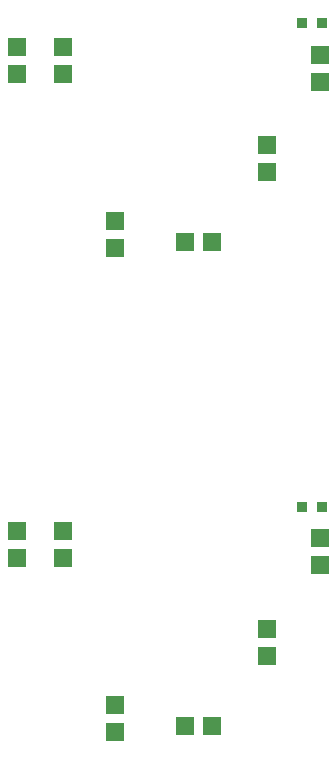
<source format=gbr>
G04 DesignSpark PCB Gerber Version 10.0 Build 5299*
G04 #@! TF.Part,Single*
G04 #@! TF.FileFunction,Paste,Top*
G04 #@! TF.FilePolarity,Positive*
%FSLAX35Y35*%
%MOIN*%
G04 #@! TA.AperFunction,SMDPad,CuDef*
%ADD125R,0.06096X0.06096*%
%ADD126R,0.03301X0.03301*%
%ADD127R,0.06096X0.06096*%
G04 #@! TD.AperFunction*
X0Y0D02*
D02*
D125*
X126584Y137202D03*
Y146202D03*
Y298462D03*
Y307462D03*
X141702Y137202D03*
Y146202D03*
Y298462D03*
Y307462D03*
X159340Y79250D03*
Y88250D03*
Y240509D03*
Y249509D03*
X209734Y104446D03*
Y113446D03*
Y265706D03*
Y274706D03*
X227372Y134683D03*
Y143683D03*
Y295943D03*
Y304943D03*
D02*
D126*
X221604Y154301D03*
Y315561D03*
X228100Y154301D03*
Y315561D03*
D02*
D127*
X182557Y81230D03*
Y242490D03*
X191557Y81230D03*
Y242490D03*
X0Y0D02*
M02*

</source>
